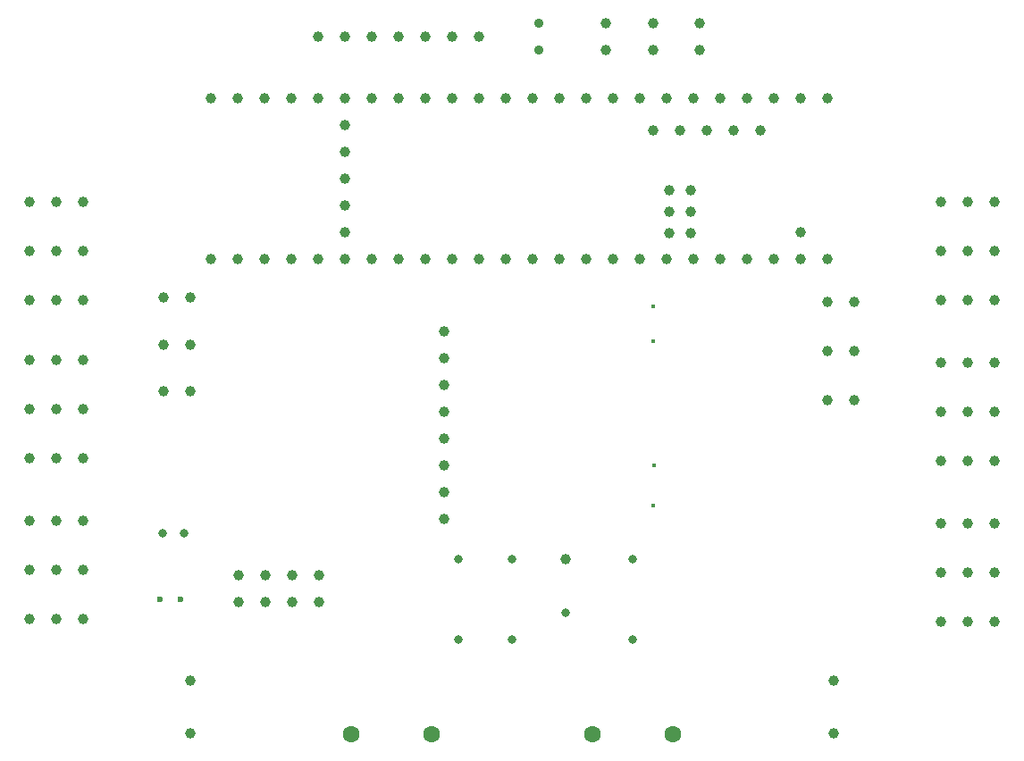
<source format=gbr>
%TF.GenerationSoftware,KiCad,Pcbnew,7.0.8*%
%TF.CreationDate,2025-03-22T19:36:14-04:00*%
%TF.ProjectId,Hexapod PCB KiCad Project,48657861-706f-4642-9050-4342204b6943,rev?*%
%TF.SameCoordinates,Original*%
%TF.FileFunction,Plated,1,4,PTH,Drill*%
%TF.FilePolarity,Positive*%
%FSLAX46Y46*%
G04 Gerber Fmt 4.6, Leading zero omitted, Abs format (unit mm)*
G04 Created by KiCad (PCBNEW 7.0.8) date 2025-03-22 19:36:14*
%MOMM*%
%LPD*%
G01*
G04 APERTURE LIST*
%TA.AperFunction,ViaDrill*%
%ADD10C,0.400000*%
%TD*%
%TA.AperFunction,ComponentDrill*%
%ADD11C,0.600000*%
%TD*%
%TA.AperFunction,ComponentDrill*%
%ADD12C,0.800000*%
%TD*%
%TA.AperFunction,ComponentDrill*%
%ADD13C,0.900000*%
%TD*%
%TA.AperFunction,ComponentDrill*%
%ADD14C,1.000000*%
%TD*%
%TA.AperFunction,ComponentDrill*%
%ADD15C,1.600000*%
%TD*%
G04 APERTURE END LIST*
D10*
X156845000Y-110490000D03*
X156856159Y-94964401D03*
X156881354Y-91613488D03*
X156926000Y-106680000D03*
D11*
%TO.C,C2*%
X110097600Y-119380001D03*
X112097600Y-119380001D03*
D12*
%TO.C,C1*%
X110395000Y-113125000D03*
X112395000Y-113125000D03*
%TO.C,R1*%
X138430000Y-115570000D03*
X138430000Y-123190000D03*
%TO.C,R2*%
X143510000Y-115570000D03*
X143510000Y-123190000D03*
%TO.C,D1*%
X148590000Y-120650000D03*
%TO.C,R3*%
X154940000Y-115570000D03*
X154940000Y-123190000D03*
D13*
%TO.C,D2*%
X146050000Y-64770000D03*
X146050000Y-67310000D03*
D14*
%TO.C,Fem3*%
X97789999Y-116635000D03*
%TO.C,Fem1*%
X97790000Y-86360000D03*
%TO.C,Cox2*%
X97790000Y-96745001D03*
%TO.C,Tib2*%
X97790000Y-106045001D03*
%TO.C,Cox3*%
X97790000Y-111985000D03*
%TO.C,Tib3*%
X97790000Y-121285000D03*
%TO.C,Cox1*%
X97790001Y-81710000D03*
%TO.C,Tib1*%
X97790001Y-91010000D03*
%TO.C,Fem2*%
X97790001Y-101395000D03*
%TO.C,Fem3*%
X100329999Y-116635000D03*
%TO.C,Fem1*%
X100330000Y-86360000D03*
%TO.C,Cox2*%
X100330000Y-96745001D03*
%TO.C,Tib2*%
X100330000Y-106045001D03*
%TO.C,Cox3*%
X100330000Y-111985000D03*
%TO.C,Tib3*%
X100330000Y-121285000D03*
%TO.C,Cox1*%
X100330001Y-81710000D03*
%TO.C,Tib1*%
X100330001Y-91010000D03*
%TO.C,Fem2*%
X100330001Y-101395000D03*
%TO.C,Fem3*%
X102869999Y-116635000D03*
%TO.C,Fem1*%
X102870000Y-86360000D03*
%TO.C,Cox2*%
X102870000Y-96745001D03*
%TO.C,Tib2*%
X102870000Y-106045001D03*
%TO.C,Cox3*%
X102870000Y-111985000D03*
%TO.C,Tib3*%
X102870000Y-121285000D03*
%TO.C,Cox1*%
X102870001Y-81710000D03*
%TO.C,Tib1*%
X102870001Y-91010000D03*
%TO.C,Fem2*%
X102870001Y-101395000D03*
%TO.C,FS1*%
X110490000Y-90805000D03*
%TO.C,FS3*%
X110490000Y-99695000D03*
%TO.C,FS2*%
X110495000Y-95250000D03*
%TO.C,FS1*%
X113030000Y-90805000D03*
%TO.C,FS3*%
X113030000Y-99695000D03*
%TO.C,C4*%
X113030000Y-127080000D03*
X113030000Y-132080000D03*
%TO.C,FS2*%
X113035000Y-95250000D03*
%TO.C,U1*%
X114935000Y-71880000D03*
X114935000Y-87120000D03*
X117475000Y-71880000D03*
X117475000Y-87120000D03*
%TO.C,U3*%
X117565000Y-117140000D03*
X117565000Y-119680000D03*
%TO.C,U1*%
X120015000Y-71880000D03*
X120015000Y-87120000D03*
%TO.C,U3*%
X120105000Y-117140000D03*
X120105000Y-119680000D03*
%TO.C,U1*%
X122555000Y-71880000D03*
X122555000Y-87120000D03*
%TO.C,U3*%
X122645000Y-117140000D03*
X122645000Y-119680000D03*
%TO.C,B1*%
X125095000Y-66040000D03*
%TO.C,U1*%
X125095000Y-71880000D03*
X125095000Y-87120000D03*
%TO.C,U3*%
X125185000Y-117140000D03*
X125185000Y-119680000D03*
%TO.C,B1*%
X127635000Y-66040000D03*
%TO.C,U1*%
X127635000Y-71880000D03*
X127635000Y-74420000D03*
X127635000Y-76960000D03*
X127635000Y-79500000D03*
X127635000Y-82040000D03*
X127635000Y-84580000D03*
X127635000Y-87120000D03*
%TO.C,B1*%
X130175000Y-66040000D03*
%TO.C,U1*%
X130175000Y-71880000D03*
X130175000Y-87120000D03*
%TO.C,B1*%
X132715000Y-66040000D03*
%TO.C,U1*%
X132715000Y-71880000D03*
X132715000Y-87120000D03*
%TO.C,B1*%
X135255000Y-66040000D03*
%TO.C,U1*%
X135255000Y-71880000D03*
X135255000Y-87120000D03*
%TO.C,U4*%
X137034000Y-94007000D03*
X137034000Y-96547000D03*
X137034000Y-99087000D03*
X137034000Y-101627000D03*
X137034000Y-104167000D03*
X137034000Y-106707000D03*
X137034000Y-109247000D03*
X137034000Y-111787000D03*
%TO.C,B1*%
X137795000Y-66040000D03*
%TO.C,U1*%
X137795000Y-71880000D03*
X137795000Y-87120000D03*
%TO.C,B1*%
X140335000Y-66040000D03*
%TO.C,U1*%
X140335000Y-71880000D03*
X140335000Y-87120000D03*
X142875000Y-71880000D03*
X142875000Y-87120000D03*
X145415000Y-71880000D03*
X145415000Y-87120000D03*
X147955000Y-71880000D03*
X147955000Y-87120000D03*
%TO.C,D1*%
X148590000Y-115570000D03*
%TO.C,U1*%
X150495000Y-71880000D03*
X150495000Y-87120000D03*
%TO.C,B2*%
X152400000Y-64770000D03*
X152400000Y-67310000D03*
%TO.C,U1*%
X153035000Y-71880000D03*
X153035000Y-87120000D03*
X155575000Y-71880000D03*
X155575000Y-87120000D03*
%TO.C,B3*%
X156845000Y-64765000D03*
X156845000Y-67305000D03*
%TO.C,U1*%
X156845000Y-74930000D03*
X158115000Y-71880000D03*
X158115000Y-87120000D03*
X158385000Y-80670000D03*
X158385000Y-82670000D03*
X158385000Y-84670000D03*
X159385000Y-74930000D03*
X160385000Y-80670000D03*
X160385000Y-82670000D03*
X160385000Y-84670000D03*
X160655000Y-71880000D03*
X160655000Y-87120000D03*
%TO.C,B4*%
X161290000Y-64770000D03*
X161290000Y-67310000D03*
%TO.C,U1*%
X161925000Y-74930000D03*
X163195000Y-71880000D03*
X163195000Y-87120000D03*
X164465000Y-74930000D03*
X165735000Y-71880000D03*
X165735000Y-87120000D03*
X167005000Y-74930000D03*
X168275000Y-71880000D03*
X168275000Y-87120000D03*
X170815000Y-71880000D03*
X170815000Y-84580000D03*
X170815000Y-87120000D03*
X173355000Y-71880000D03*
X173355000Y-87120000D03*
%TO.C,FS4*%
X173360000Y-91235000D03*
%TO.C,FS6*%
X173360000Y-100535000D03*
%TO.C,FS5*%
X173360001Y-95885000D03*
%TO.C,C3*%
X173990000Y-127080000D03*
X173990000Y-132080000D03*
%TO.C,FS4*%
X175900000Y-91235000D03*
%TO.C,FS6*%
X175900000Y-100535000D03*
%TO.C,FS5*%
X175900001Y-95885000D03*
%TO.C,Cox6*%
X184134980Y-121490001D03*
%TO.C,Tib6*%
X184134997Y-112189999D03*
%TO.C,Fem6*%
X184135000Y-116840000D03*
%TO.C,Cox4*%
X184149992Y-91010010D03*
%TO.C,Fem4*%
X184150000Y-86360000D03*
%TO.C,Fem5*%
X184150000Y-101600000D03*
%TO.C,Tib5*%
X184150001Y-96950000D03*
%TO.C,Cox5*%
X184150001Y-106250000D03*
%TO.C,Tib4*%
X184150008Y-81710011D03*
%TO.C,Cox6*%
X186674980Y-121490001D03*
%TO.C,Tib6*%
X186674997Y-112189999D03*
%TO.C,Fem6*%
X186675000Y-116840000D03*
%TO.C,Cox4*%
X186689992Y-91010010D03*
%TO.C,Fem4*%
X186690000Y-86360000D03*
%TO.C,Fem5*%
X186690000Y-101600000D03*
%TO.C,Tib5*%
X186690001Y-96950000D03*
%TO.C,Cox5*%
X186690001Y-106250000D03*
%TO.C,Tib4*%
X186690008Y-81710011D03*
%TO.C,Cox6*%
X189214980Y-121490001D03*
%TO.C,Tib6*%
X189214997Y-112189999D03*
%TO.C,Fem6*%
X189215000Y-116840000D03*
%TO.C,Cox4*%
X189229992Y-91010010D03*
%TO.C,Fem4*%
X189230000Y-86360000D03*
%TO.C,Fem5*%
X189230000Y-101600000D03*
%TO.C,Tib5*%
X189230001Y-96950000D03*
%TO.C,Cox5*%
X189230001Y-106250000D03*
%TO.C,Tib4*%
X189230008Y-81710011D03*
D15*
%TO.C,T1*%
X128270000Y-132212500D03*
X135890000Y-132212500D03*
%TO.C,T2*%
X151130000Y-132212500D03*
X158750000Y-132212500D03*
M02*

</source>
